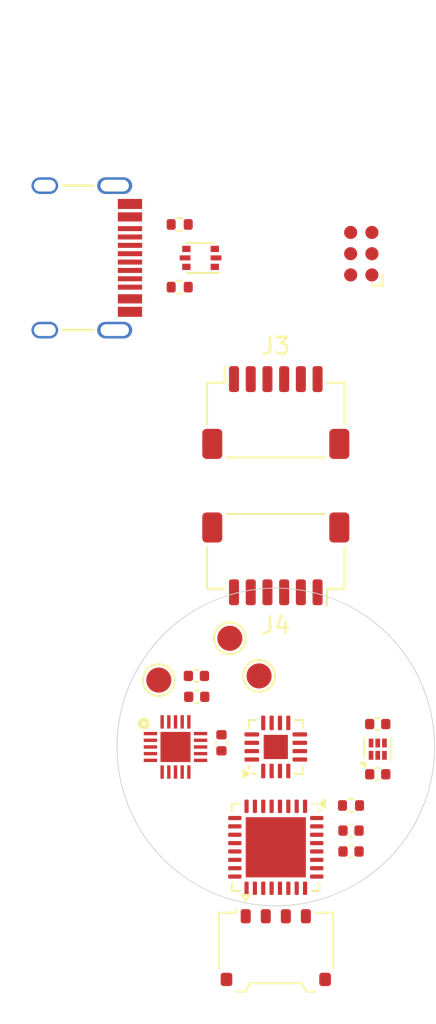
<source format=kicad_pcb>
(kicad_pcb (version 20240108) (generator "pcbnew") (generator_version "8.0")
  (layers (0 "F.Cu" signal) (31 "B.Cu" signal) (34 "B.Paste" user) (35 "F.Paste" user) (36 "B.SilkS" user "B.Silkscreen") (37 "F.SilkS" user "F.Silkscreen") (38 "B.Mask" user) (39 "F.Mask" user) (44 "Edge.Cuts" user))
  (net 0 "")
  (net 1 "GND")
  (net 2 "Net-(U1-VDDCORE)")
  (net 3 "+3.3V")
  (net 4 "+5V")
  (net 5 "SWCLK")
  (net 6 "RESET")
  (net 7 "SWDIO")
  (net 9 "Net-(U2-1.8VOUT)")
  (net 10 "/TXRX")
  (net 11 "/RXTX")
  (net 12 "Net-(U2-V)")
  (net 14 "Net-(U2-W)")
  (net 15 "Net-(U2-U)")
  (net 18 "/CLK")
  (net 19 "D-")
  (net 21 "D+")
  (net 22 "/VH")
  (net 24 "/UL")
  (net 25 "/CS")
  (net 27 "/MISO")
  (net 28 "/MOSI")
  (net 30 "/VL")
  (net 33 "/VIO")
  (net 34 "/WH")
  (net 35 "/UH")
  (net 36 "/WL")
  (net 37 "Net-(J5-CC2)")
  (net 40 "Net-(J5-D+-PadA6)")
  (net 53 "Net-(J5-D--PadA7)")
  (net 54 "Net-(J5-CC1)")
  (footprint "TestPoint:TestPoint_Pad_D1.5mm" (layer "F.Cu") (at 47.25 43.5)
    (property "Reference" "TP1" (hide yes))
    (property "Value" "TestPoint")
    (fp_circle (center 0 0) (end 0 0.95) (stroke (width 0.12)) (fill none) (layer "F.SilkS"))
    (pad "1" smd circle (at 0 0) (size 1.5 1.5) (layers "F.Cu" "F.Mask") (net 12 "Net-(U2-V)"))
  )
  (footprint "Package_DFN_QFN:QFN-32-1EP_5x5mm_P0.5mm_EP3.6x3.6mm" (layer "F.Cu") (at 50 56 -90)
    (property "Reference" "U1" (hide yes))
    (property "Value" "ATSAMD21E17D-M")
    (fp_line (start -2.61 2.61) (end -2.61 2.135) (stroke (width 0.12)) (layer "F.SilkS"))
    (fp_line (start -2.135 2.61) (end -2.61 2.61) (stroke (width 0.12)) (layer "F.SilkS"))
    (fp_line (start 2.135 2.61) (end 2.61 2.61) (stroke (width 0.12)) (layer "F.SilkS"))
    (fp_line (start 2.61 2.61) (end 2.61 2.135) (stroke (width 0.12)) (layer "F.SilkS"))
    (fp_line (start -2.61 -2.135) (end -2.61 -2.37) (stroke (width 0.12)) (layer "F.SilkS"))
    (fp_line (start -2.135 -2.61) (end -2.31 -2.61) (stroke (width 0.12)) (layer "F.SilkS"))
    (fp_line (start 2.135 -2.61) (end 2.61 -2.61) (stroke (width 0.12)) (layer "F.SilkS"))
    (fp_line (start 2.61 -2.61) (end 2.61 -2.135) (stroke (width 0.12)) (layer "F.SilkS"))
    (fp_poly (pts (xy -2.61 -2.61) (xy -2.85 -2.94) (xy -2.37 -2.94) (xy -2.61 -2.61)) (stroke (width 0.12)) (fill solid) (layer "F.SilkS"))
    (pad "1" smd roundrect (at -2.45 -1.75 270) (size 0.8 0.25) (layers "F.Cu" "F.Paste" "F.Mask"))
    (pad "2" smd roundrect (at -2.45 -1.25 270) (size 0.8 0.25) (layers "F.Cu" "F.Paste" "F.Mask"))
    (pad "3" smd roundrect (at -2.45 -0.75 270) (size 0.8 0.25) (layers "F.Cu" "F.Paste" "F.Mask"))
    (pad "4" smd roundrect (at -2.45 -0.25 270) (size 0.8 0.25) (layers "F.Cu" "F.Paste" "F.Mask"))
    (pad "5" smd roundrect (at -2.45 0.25 270) (size 0.8 0.25) (layers "F.Cu" "F.Paste" "F.Mask") (net 28 "/MOSI"))
    (pad "6" smd roundrect (at -2.45 0.75 270) (size 0.8 0.25) (layers "F.Cu" "F.Paste" "F.Mask") (net 18 "/CLK"))
    (pad "7" smd roundrect (at -2.45 1.25 270) (size 0.8 0.25) (layers "F.Cu" "F.Paste" "F.Mask") (net 33 "/VIO"))
    (pad "8" smd roundrect (at -2.45 1.75 270) (size 0.8 0.25) (layers "F.Cu" "F.Paste" "F.Mask"))
    (pad "9" smd roundrect (at -1.75 2.45 270) (size 0.25 0.8) (layers "F.Cu" "F.Paste" "F.Mask") (net 3 "+3.3V"))
    (pad "10" smd roundrect (at -1.25 2.45 270) (size 0.25 0.8) (layers "F.Cu" "F.Paste" "F.Mask") (net 1 "GND"))
    (pad "11" smd roundrect (at -0.75 2.45 270) (size 0.25 0.8) (layers "F.Cu" "F.Paste" "F.Mask") (net 35 "/UH"))
    (pad "12" smd roundrect (at -0.25 2.45 270) (size 0.25 0.8) (layers "F.Cu" "F.Paste" "F.Mask") (net 22 "/VH"))
    (pad "13" smd roundrect (at 0.25 2.45 270) (size 0.25 0.8) (layers "F.Cu" "F.Paste" "F.Mask") (net 25 "/CS"))
    (pad "14" smd roundrect (at 0.75 2.45 270) (size 0.25 0.8) (layers "F.Cu" "F.Paste" "F.Mask") (net 27 "/MISO"))
    (pad "15" smd roundrect (at 1.25 2.45 270) (size 0.25 0.8) (layers "F.Cu" "F.Paste" "F.Mask") (net 24 "/UL"))
    (pad "16" smd roundrect (at 1.75 2.45 270) (size 0.25 0.8) (layers "F.Cu" "F.Paste" "F.Mask") (net 30 "/VL"))
    (pad "17" smd roundrect (at 2.45 1.75 270) (size 0.8 0.25) (layers "F.Cu" "F.Paste" "F.Mask") (net 36 "/WL"))
    (pad "18" smd roundrect (at 2.45 1.25 270) (size 0.8 0.25) (layers "F.Cu" "F.Paste" "F.Mask"))
    (pad "19" smd roundrect (at 2.45 0.75 270) (size 0.8 0.25) (layers "F.Cu" "F.Paste" "F.Mask") (net 34 "/WH"))
    (pad "20" smd roundrect (at 2.45 0.25 270) (size 0.8 0.25) (layers "F.Cu" "F.Paste" "F.Mask"))
    (pad "21" smd roundrect (at 2.45 -0.25 270) (size 0.8 0.25) (layers "F.Cu" "F.Paste" "F.Mask") (net 11 "/RXTX"))
    (pad "22" smd roundrect (at 2.45 -0.75 270) (size 0.8 0.25) (layers "F.Cu" "F.Paste" "F.Mask") (net 10 "/TXRX"))
    (pad "23" smd roundrect (at 2.45 -1.25 270) (size 0.8 0.25) (layers "F.Cu" "F.Paste" "F.Mask") (net 19 "D-"))
    (pad "24" smd roundrect (at 2.45 -1.75 270) (size 0.8 0.25) (layers "F.Cu" "F.Paste" "F.Mask") (net 21 "D+"))
    (pad "25" smd roundrect (at 1.75 -2.45 270) (size 0.25 0.8) (layers "F.Cu" "F.Paste" "F.Mask"))
    (pad "26" smd roundrect (at 1.25 -2.45 270) (size 0.25 0.8) (layers "F.Cu" "F.Paste" "F.Mask") (net 6 "RESET"))
    (pad "27" smd roundrect (at 0.75 -2.45 270) (size 0.25 0.8) (layers "F.Cu" "F.Paste" "F.Mask"))
    (pad "28" smd roundrect (at 0.25 -2.45 270) (size 0.25 0.8) (layers "F.Cu" "F.Paste" "F.Mask") (net 1 "GND"))
    (pad "29" smd roundrect (at -0.25 -2.45 270) (size 0.25 0.8) (layers "F.Cu" "F.Paste" "F.Mask") (net 2 "Net-(U1-VDDCORE)"))
    (pad "30" smd roundrect (at -0.75 -2.45 270) (size 0.25 0.8) (layers "F.Cu" "F.Paste" "F.Mask") (net 3 "+3.3V"))
    (pad "31" smd roundrect (at -1.25 -2.45 270) (size 0.25 0.8) (layers "F.Cu" "F.Paste" "F.Mask") (net 5 "SWCLK"))
    (pad "32" smd roundrect (at -1.75 -2.45 270) (size 0.25 0.8) (layers "F.Cu" "F.Paste" "F.Mask") (net 7 "SWDIO"))
    (pad "33" smd rect (at 0 0 270) (size 3.6 3.6) (property pad_prop_heatsink) (layers "F.Cu" "F.Mask") (net 1 "GND"))
  )
  (footprint "common:SOT-666" (layer "F.Cu") (at 45.5 20.75 180)
    (property "Reference" "U5" (hide yes))
    (property "Value" "USBLC6-2P6")
    (fp_line (start 0.8 -0.9) (end -1.1 -0.9) (stroke (width 0.12)) (layer "F.SilkS"))
    (fp_line (start -0.8 0.9) (end 0.8 0.9) (stroke (width 0.12)) (layer "F.SilkS"))
    (pad "1" smd rect (at -0.85 -0.5375) (size 0.5 0.375) (layers "F.Cu" "F.Paste" "F.Mask") (net 21 "D+"))
    (pad "2" smd rect (at -0.925 0) (size 0.65 0.3) (layers "F.Cu" "F.Paste" "F.Mask") (net 1 "GND"))
    (pad "3" smd rect (at -0.85 0.5375) (size 0.5 0.375) (layers "F.Cu" "F.Paste" "F.Mask") (net 19 "D-"))
    (pad "4" smd rect (at 0.85 0.5375) (size 0.5 0.375) (layers "F.Cu" "F.Paste" "F.Mask") (net 53 "Net-(J5-D--PadA7)"))
    (pad "5" smd rect (at 0.925 0) (size 0.65 0.3) (layers "F.Cu" "F.Paste" "F.Mask") (net 4 "+5V"))
    (pad "6" smd rect (at 0.85 -0.5375) (size 0.5 0.375) (layers "F.Cu" "F.Paste" "F.Mask") (net 40 "Net-(J5-D+-PadA6)"))
  )
  (footprint "Package_DFN_QFN:DFN-6_1.3x1.2mm_P0.4mm" (layer "F.Cu") (at 56.1 50.132 90)
    (property "Reference" "U4" (hide yes))
    (property "Value" "LDK130PU33R_DFN6")
    (fp_line (start -0.49 -0.81) (end 0.65 -0.81) (stroke (width 0.12)) (layer "F.SilkS"))
    (fp_line (start -0.65 0.81) (end 0.65 0.81) (stroke (width 0.12)) (layer "F.SilkS"))
    (fp_poly (pts (xy -0.82 -0.73) (xy -1.1 -0.73) (xy -0.82 -1.01) (xy -0.82 -0.73)) (stroke (width 0.12)) (fill solid) (layer "F.SilkS"))
    (pad "1" smd rect (at -0.368 -0.4 90) (size 0.53 0.28) (layers "F.Cu" "F.Paste" "F.Mask") (net 3 "+3.3V"))
    (pad "2" smd rect (at -0.368 0 90) (size 0.53 0.28) (layers "F.Cu" "F.Paste" "F.Mask") (net 1 "GND"))
    (pad "3" smd rect (at -0.368 0.4 90) (size 0.53 0.28) (layers "F.Cu" "F.Paste" "F.Mask"))
    (pad "4" smd rect (at 0.368 0.4 90) (size 0.53 0.28) (layers "F.Cu" "F.Paste" "F.Mask") (net 4 "+5V"))
    (pad "5" smd rect (at 0.368 0 90) (size 0.53 0.28) (layers "F.Cu" "F.Paste" "F.Mask"))
    (pad "6" smd rect (at 0.368 -0.4 90) (size 0.53 0.28) (layers "F.Cu" "F.Paste" "F.Mask") (net 4 "+5V"))
  )
  (footprint "Capacitor_SMD:C_0402_1005Metric" (layer "F.Cu") (at 54.5 56.25 180)
    (property "Reference" "C1" (hide yes))
    (property "Value" "1nF")
    (fp_line (start -0.107836 0.36) (end 0.107836 0.36) (stroke (width 0.12)) (layer "F.SilkS"))
    (fp_line (start -0.107836 -0.36) (end 0.107836 -0.36) (stroke (width 0.12)) (layer "F.SilkS"))
    (pad "1" smd roundrect (at -0.48 0 180) (size 0.56 0.62) (layers "F.Cu" "F.Paste" "F.Mask") (net 1 "GND"))
    (pad "2" smd roundrect (at 0.48 0 180) (size 0.56 0.62) (layers "F.Cu" "F.Paste" "F.Mask") (net 2 "Net-(U1-VDDCORE)"))
  )
  (footprint "TestPoint:TestPoint_Pad_D1.5mm" (layer "F.Cu") (at 43 46)
    (property "Reference" "TP2" (hide yes))
    (property "Value" "TestPoint")
    (fp_circle (center 0 0) (end 0 0.95) (stroke (width 0.12)) (fill none) (layer "F.SilkS"))
    (pad "1" smd circle (at 0 0) (size 1.5 1.5) (layers "F.Cu" "F.Mask") (net 14 "Net-(U2-W)"))
  )
  (footprint "Capacitor_SMD:C_0402_1005Metric" (layer "F.Cu") (at 56.1 51.632 180)
    (property "Reference" "C4" (hide yes))
    (property "Value" "1uF")
    (fp_line (start -0.107836 0.36) (end 0.107836 0.36) (stroke (width 0.12)) (layer "F.SilkS"))
    (fp_line (start -0.107836 -0.36) (end 0.107836 -0.36) (stroke (width 0.12)) (layer "F.SilkS"))
    (pad "1" smd roundrect (at -0.48 0 180) (size 0.56 0.62) (layers "F.Cu" "F.Paste" "F.Mask") (net 1 "GND"))
    (pad "2" smd roundrect (at 0.48 0 180) (size 0.56 0.62) (layers "F.Cu" "F.Paste" "F.Mask") (net 3 "+3.3V"))
  )
  (footprint "Package_DFN_QFN:QFN-16-1EP_3x3mm_P0.5mm_EP1.45x1.45mm" (layer "F.Cu") (at 50 50 90)
    (property "Reference" "U3" (hide yes))
    (property "Value" "MA730")
    (fp_line (start 1.61 -1.61) (end 1.61 -1.135) (stroke (width 0.12)) (layer "F.SilkS"))
    (fp_line (start 1.135 -1.61) (end 1.61 -1.61) (stroke (width 0.12)) (layer "F.SilkS"))
    (fp_line (start -1.135 -1.61) (end -1.31 -1.61) (stroke (width 0.12)) (layer "F.SilkS"))
    (fp_line (start -1.61 -1.135) (end -1.61 -1.37) (stroke (width 0.12)) (layer "F.SilkS"))
    (fp_line (start 1.61 1.61) (end 1.61 1.135) (stroke (width 0.12)) (layer "F.SilkS"))
    (fp_line (start 1.135 1.61) (end 1.61 1.61) (stroke (width 0.12)) (layer "F.SilkS"))
    (fp_line (start -1.135 1.61) (end -1.61 1.61) (stroke (width 0.12)) (layer "F.SilkS"))
    (fp_line (start -1.61 1.61) (end -1.61 1.135) (stroke (width 0.12)) (layer "F.SilkS"))
    (fp_poly (pts (xy -1.61 -1.61) (xy -1.85 -1.94) (xy -1.37 -1.94) (xy -1.61 -1.61)) (stroke (width 0.12)) (fill solid) (layer "F.SilkS"))
    (pad "1" smd roundrect (at -1.4375 -0.75 90) (size 0.875 0.25) (layers "F.Cu" "F.Paste" "F.Mask"))
    (pad "2" smd roundrect (at -1.4375 -0.25 90) (size 0.875 0.25) (layers "F.Cu" "F.Paste" "F.Mask"))
    (pad "3" smd roundrect (at -1.4375 0.25 90) (size 0.875 0.25) (layers "F.Cu" "F.Paste" "F.Mask"))
    (pad "4" smd roundrect (at -1.4375 0.75 90) (size 0.875 0.25) (layers "F.Cu" "F.Paste" "F.Mask") (net 28 "/MOSI"))
    (pad "5" smd roundrect (at -0.75 1.4375 90) (size 0.25 0.875) (layers "F.Cu" "F.Paste" "F.Mask") (net 25 "/CS"))
    (pad "6" smd roundrect (at -0.25 1.4375 90) (size 0.25 0.875) (layers "F.Cu" "F.Paste" "F.Mask"))
    (pad "7" smd roundrect (at 0.25 1.4375 90) (size 0.25 0.875) (layers "F.Cu" "F.Paste" "F.Mask") (net 27 "/MISO"))
    (pad "8" smd roundrect (at 0.75 1.4375 90) (size 0.25 0.875) (layers "F.Cu" "F.Paste" "F.Mask") (net 1 "GND"))
    (pad "9" smd roundrect (at 1.4375 0.75 90) (size 0.875 0.25) (layers "F.Cu" "F.Paste" "F.Mask"))
    (pad "10" smd roundrect (at 1.4375 0.25 90) (size 0.875 0.25) (layers "F.Cu" "F.Paste" "F.Mask") (net 1 "GND"))
    (pad "11" smd roundrect (at 1.4375 -0.25 90) (size 0.875 0.25) (layers "F.Cu" "F.Paste" "F.Mask"))
    (pad "12" smd roundrect (at 1.4375 -0.75 90) (size 0.875 0.25) (layers "F.Cu" "F.Paste" "F.Mask") (net 18 "/CLK"))
    (pad "13" smd roundrect (at 0.75 -1.4375 90) (size 0.25 0.875) (layers "F.Cu" "F.Paste" "F.Mask") (net 3 "+3.3V"))
    (pad "14" smd roundrect (at 0.25 -1.4375 90) (size 0.25 0.875) (layers "F.Cu" "F.Paste" "F.Mask"))
    (pad "15" smd roundrect (at -0.25 -1.4375 90) (size 0.25 0.875) (layers "F.Cu" "F.Paste" "F.Mask"))
    (pad "16" smd roundrect (at -0.75 -1.4375 90) (size 0.25 0.875) (layers "F.Cu" "F.Paste" "F.Mask"))
    (pad "17" smd rect (at 0 0 90) (size 1.45 1.45) (property pad_prop_heatsink) (layers "F.Cu" "F.Mask") (net 1 "GND"))
  )
  (footprint "Capacitor_SMD:C_0402_1005Metric" (layer "F.Cu") (at 46.75 49.75 90)
    (property "Reference" "C5" (hide yes))
    (property "Value" "100nF")
    (fp_line (start -0.107836 -0.36) (end 0.107836 -0.36) (stroke (width 0.12)) (layer "F.SilkS"))
    (fp_line (start -0.107836 0.36) (end 0.107836 0.36) (stroke (width 0.12)) (layer "F.SilkS"))
    (pad "1" smd roundrect (at -0.48 0 90) (size 0.56 0.62) (layers "F.Cu" "F.Paste" "F.Mask") (net 9 "Net-(U2-1.8VOUT)"))
    (pad "2" smd roundrect (at 0.48 0 90) (size 0.56 0.62) (layers "F.Cu" "F.Paste" "F.Mask") (net 1 "GND"))
  )
  (footprint "Connector_JST:JST_SH_SM06B-SRSS-TB_1x06-1MP_P1.00mm_Horizontal" (layer "F.Cu") (at 50 38.75 180)
    (property "Reference" "J4" (at 0 -3.98 360) (layer "F.SilkS"))
    (property "Value" "Conn_01x06_MountingPin")
    (fp_line (start 4.11 0.715) (end 4.11 -1.785) (stroke (width 0.12)) (layer "F.SilkS"))
    (fp_line (start 4.11 -1.785) (end 3.06 -1.785) (stroke (width 0.12)) (layer "F.SilkS"))
    (fp_line (start -2.94 2.685) (end 2.94 2.685) (stroke (width 0.12)) (layer "F.SilkS"))
    (fp_line (start -3.06 -1.785) (end -3.06 -2.775) (stroke (width 0.12)) (layer "F.SilkS"))
    (fp_line (start -4.11 0.715) (end -4.11 -1.785) (stroke (width 0.12)) (layer "F.SilkS"))
    (fp_line (start -4.11 -1.785) (end -3.06 -1.785) (stroke (width 0.12)) (layer "F.SilkS"))
    (pad "1" smd roundrect (at -2.5 -2 180) (size 0.6 1.55) (layers "F.Cu" "F.Paste" "F.Mask") (net 5 "SWCLK"))
    (pad "2" smd roundrect (at -1.5 -2 180) (size 0.6 1.55) (layers "F.Cu" "F.Paste" "F.Mask") (net 7 "SWDIO"))
    (pad "3" smd roundrect (at -0.5 -2 180) (size 0.6 1.55) (layers "F.Cu" "F.Paste" "F.Mask") (net 19 "D-"))
    (pad "4" smd roundrect (at 0.5 -2 180) (size 0.6 1.55) (layers "F.Cu" "F.Paste" "F.Mask") (net 21 "D+"))
    (pad "5" smd roundrect (at 1.5 -2 180) (size 0.6 1.55) (layers "F.Cu" "F.Paste" "F.Mask") (net 4 "+5V"))
    (pad "6" smd roundrect (at 2.5 -2 180) (size 0.6 1.55) (layers "F.Cu" "F.Paste" "F.Mask") (net 1 "GND"))
    (pad "MP" smd roundrect (at -3.8 1.875 180) (size 1.2 1.8) (layers "F.Cu" "F.Paste" "F.Mask") (roundrect_rratio 0.208333) (net 1 "GND"))
    (pad "MP" smd roundrect (at 3.8 1.875 180) (size 1.2 1.8) (layers "F.Cu" "F.Paste" "F.Mask") (roundrect_rratio 0.208333) (net 1 "GND"))
  )
  (footprint "common:QFN40P300X300X90-21N" (layer "F.Cu") (at 44 50)
    (property "Reference" "U2" (hide yes))
    (property "Value" "TMC6300-LA-T" (hide yes))
    (fp_circle (center -1.9 -1.4) (end -1.8 -1.4) (stroke (width 0.254)) (fill none) (layer "F.SilkS"))
    (pad "1" smd rect (at -1.5 -0.8 90) (size 0.2 0.8) (layers "F.Cu" "F.Paste" "F.Mask") (net 14 "Net-(U2-W)"))
    (pad "2" smd rect (at -1.5 -0.4 90) (size 0.2 0.8) (layers "F.Cu" "F.Paste" "F.Mask"))
    (pad "3" smd rect (at -1.5 0 90) (size 0.2 0.8) (layers "F.Cu" "F.Paste" "F.Mask") (net 35 "/UH"))
    (pad "4" smd rect (at -1.5 0.4 90) (size 0.2 0.8) (layers "F.Cu" "F.Paste" "F.Mask") (net 22 "/VH"))
    (pad "5" smd rect (at -1.5 0.8 90) (size 0.2 0.8) (layers "F.Cu" "F.Paste" "F.Mask") (net 34 "/WH"))
    (pad "6" smd rect (at -0.8 1.5) (size 0.2 0.8) (layers "F.Cu" "F.Paste" "F.Mask") (net 24 "/UL"))
    (pad "7" smd rect (at -0.4 1.5) (size 0.2 0.8) (layers "F.Cu" "F.Paste" "F.Mask") (net 36 "/WL"))
    (pad "8" smd rect (at 0 1.5) (size 0.2 0.8) (layers "F.Cu" "F.Paste" "F.Mask") (net 1 "GND"))
    (pad "9" smd rect (at 0.4 1.5) (size 0.2 0.8) (layers "F.Cu" "F.Paste" "F.Mask") (net 1 "GND"))
    (pad "10" smd rect (at 0.8 1.5) (size 0.2 0.8) (layers "F.Cu" "F.Paste" "F.Mask") (net 30 "/VL"))
    (pad "11" smd rect (at 1.5 0.8 90) (size 0.2 0.8) (layers "F.Cu" "F.Paste" "F.Mask") (net 33 "/VIO"))
    (pad "12" smd rect (at 1.5 0.4 90) (size 0.2 0.8) (layers "F.Cu" "F.Paste" "F.Mask"))
    (pad "13" smd rect (at 1.5 0 90) (size 0.2 0.8) (layers "F.Cu" "F.Paste" "F.Mask") (net 9 "Net-(U2-1.8VOUT)"))
    (pad "14" smd rect (at 1.5 -0.4 90) (size 0.2 0.8) (layers "F.Cu" "F.Paste" "F.Mask") (net 1 "GND"))
    (pad "15" smd rect (at 1.5 -0.8 90) (size 0.2 0.8) (layers "F.Cu" "F.Paste" "F.Mask") (net 15 "Net-(U2-U)"))
    (pad "16" smd rect (at 0.8 -1.5) (size 0.2 0.8) (layers "F.Cu" "F.Paste" "F.Mask") (net 1 "GND"))
    (pad "17" smd rect (at 0.4 -1.5) (size 0.2 0.8) (layers "F.Cu" "F.Paste" "F.Mask") (net 12 "Net-(U2-V)"))
    (pad "18" smd rect (at 0 -1.5) (size 0.2 0.8) (layers "F.Cu" "F.Paste" "F.Mask") (net 4 "+5V"))
    (pad "19" smd rect (at -0.4 -1.5) (size 0.2 0.8) (layers "F.Cu" "F.Paste" "F.Mask"))
    (pad "20" smd rect (at -0.8 -1.5) (size 0.2 0.8) (layers "F.Cu" "F.Paste" "F.Mask") (net 1 "GND"))
    (pad "21" smd rect (at 0 0) (size 1.8 1.8) (layers "F.Cu" "F.Paste" "F.Mask") (net 1 "GND"))
  )
  (footprint "Resistor_SMD:R_0402_1005Metric" (layer "F.Cu") (at 54.5 53.5 180)
    (property "Reference" "R1" (hide yes))
    (property "Value" "1k")
    (fp_line (start -0.153641 0.38) (end 0.153641 0.38) (stroke (width 0.12)) (layer "F.SilkS"))
    (fp_line (start -0.153641 -0.38) (end 0.153641 -0.38) (stroke (width 0.12)) (layer "F.SilkS"))
    (pad "1" smd roundrect (at -0.51 0 180) (size 0.54 0.64) (layers "F.Cu" "F.Paste" "F.Mask") (net 3 "+3.3V"))
    (pad "2" smd roundrect (at 0.51 0 180) (size 0.54 0.64) (layers "F.Cu" "F.Paste" "F.Mask") (net 5 "SWCLK"))
  )
  (footprint "common:XKB-USB-C-16P" (layer "F.Cu") (at 41.2756 20.75 -90)
    (property "Reference" "J5" (hide yes))
    (property "Value" "XKB-USB-C16PIN" (hide yes))
    (fp_line (start -4.32 2.2) (end -4.32 4) (stroke (width 0.1524)) (layer "F.SilkS"))
    (fp_line (start 4.32 2.2) (end 4.32 4) (stroke (width 0.1524)) (layer "F.SilkS"))
    (pad "" np_thru_hole circle (at -2.89 1.445 270) (size 0.65 0.65) (drill 0.65) (layers "*.Cu" "*.Mask"))
    (pad "" np_thru_hole circle (at 2.89 1.445 270) (size 0.65 0.65) (drill 0.65) (layers "*.Cu" "*.Mask"))
    (pad "A5" smd rect (at -1.25 0 90) (size 0.3 1.45) (layers "F.Cu" "F.Paste" "F.Mask") (net 54 "Net-(J5-CC1)"))
    (pad "A6" smd rect (at -0.25 0 90) (size 0.3 1.45) (layers "F.Cu" "F.Paste" "F.Mask") (net 40 "Net-(J5-D+-PadA6)"))
    (pad "A7" smd rect (at 0.25 0 270) (size 0.3 1.45) (layers "F.Cu" "F.Paste" "F.Mask") (net 53 "Net-(J5-D--PadA7)"))
    (pad "A8" smd rect (at 1.25 0 270) (size 0.3 1.45) (layers "F.Cu" "F.Paste" "F.Mask"))
    (pad "B5" smd rect (at 1.75 0 270) (size 0.3 1.45) (layers "F.Cu" "F.Paste" "F.Mask") (net 37 "Net-(J5-CC2)"))
    (pad "B6" smd rect (at 0.75 0 270) (size 0.3 1.45) (layers "F.Cu" "F.Paste" "F.Mask") (net 40 "Net-(J5-D+-PadA6)"))
    (pad "B7" smd rect (at -0.75 0 90) (size 0.3 1.45) (layers "F.Cu" "F.Paste" "F.Mask") (net 53 "Net-(J5-D--PadA7)"))
    (pad "B8" smd rect (at -1.75 0 90) (size 0.3 1.45) (layers "F.Cu" "F.Paste" "F.Mask"))
    (pad "GND" smd rect (at -3.225 0 90) (size 0.6 1.45) (layers "F.Cu" "F.Paste" "F.Mask") (net 1 "GND"))
    (pad "GND2" smd rect (at 3.225 0 270) (size 0.6 1.45) (layers "F.Cu" "F.Paste" "F.Mask") (net 1 "GND"))
    (pad "SHLD1" thru_hole roundrect (at -4.32 0.915 90) (size 1 2.1) (drill oval 0.7 1.7) (layers "*.Cu" "*.Mask") (roundrect_rratio 0.5) (net 1 "GND"))
    (pad "SHLD1" thru_hole roundrect (at -4.32 5.095 90) (size 1 1.6) (drill oval 0.7 1.3) (layers "*.Cu" "*.Mask") (roundrect_rratio 0.5) (net 1 "GND"))
    (pad "SHLD1" thru_hole roundrect (at 4.32 0.915 90) (size 1 2.1) (drill oval 0.7 1.7) (layers "*.Cu" "*.Mask") (roundrect_rratio 0.5) (net 1 "GND"))
    (pad "SHLD1" thru_hole roundrect (at 4.32 5.095 90) (size 1 1.6) (drill oval 0.7 1.3) (layers "*.Cu" "*.Mask") (roundrect_rratio 0.5) (net 1 "GND"))
    (pad "VBUS1" smd rect (at -2.45 0 90) (size 0.55 1.45) (layers "F.Cu" "F.Paste" "F.Mask") (net 4 "+5V"))
    (pad "VBUS2" smd rect (at 2.45 0 270) (size 0.55 1.45) (layers "F.Cu" "F.Paste" "F.Mask") (net 4 "+5V"))
  )
  (footprint "TestPoint:TestPoint_Pad_D1.5mm" (layer "F.Cu") (at 49 45.75)
    (property "Reference" "TP3" (hide yes))
    (property "Value" "TestPoint")
    (fp_circle (center 0 0) (end 0 0.95) (stroke (width 0.12)) (fill none) (layer "F.SilkS"))
    (pad "1" smd circle (at 0 0) (size 1.5 1.5) (layers "F.Cu" "F.Mask") (net 15 "Net-(U2-U)"))
  )
  (footprint "Capacitor_SMD:C_0402_1005Metric" (layer "F.Cu") (at 45.27 47)
    (property "Reference" "C6" (hide yes))
    (property "Value" "100nF")
    (fp_line (start -0.107836 -0.36) (end 0.107836 -0.36) (stroke (width 0.12)) (layer "F.SilkS"))
    (fp_line (start -0.107836 0.36) (end 0.107836 0.36) (stroke (width 0.12)) (layer "F.SilkS"))
    (pad "1" smd roundrect (at -0.48 0) (size 0.56 0.62) (layers "F.Cu" "F.Paste" "F.Mask") (net 4 "+5V"))
    (pad "2" smd roundrect (at 0.48 0) (size 0.56 0.62) (layers "F.Cu" "F.Paste" "F.Mask") (net 1 "GND"))
  )
  (footprint "Capacitor_SMD:C_0402_1005Metric" (layer "F.Cu") (at 56.1 48.632 180)
    (property "Reference" "C3" (hide yes))
    (property "Value" "1uF")
    (fp_line (start -0.107836 0.36) (end 0.107836 0.36) (stroke (width 0.12)) (layer "F.SilkS"))
    (fp_line (start -0.107836 -0.36) (end 0.107836 -0.36) (stroke (width 0.12)) (layer "F.SilkS"))
    (pad "1" smd roundrect (at -0.48 0 180) (size 0.56 0.62) (layers "F.Cu" "F.Paste" "F.Mask") (net 1 "GND"))
    (pad "2" smd roundrect (at 0.48 0 180) (size 0.56 0.62) (layers "F.Cu" "F.Paste" "F.Mask") (net 4 "+5V"))
  )
  (footprint "common:R_0402_1005Metric" (layer "F.Cu") (at 44.25 18.75 180)
    (property "Reference" "R3" (hide yes))
    (property "Value" "5.1k")
    (fp_line (start -0.153641 0.38) (end 0.153641 0.38) (stroke (width 0.12)) (layer "F.SilkS"))
    (fp_line (start -0.153641 -0.38) (end 0.153641 -0.38) (stroke (width 0.12)) (layer "F.SilkS"))
    (pad "1" smd roundrect (at -0.51 0) (size 0.54 0.64) (layers "F.Cu" "F.Paste" "F.Mask") (net 1 "GND"))
    (pad "2" smd roundrect (at 0.51 0) (size 0.54 0.64) (layers "F.Cu" "F.Paste" "F.Mask") (net 54 "Net-(J5-CC1)"))
  )
  (footprint "Capacitor_SMD:C_0402_1005Metric" (layer "F.Cu") (at 54.5 55)
    (property "Reference" "C2" (hide yes))
    (property "Value" "100nF")
    (fp_line (start -0.107836 -0.36) (end 0.107836 -0.36) (stroke (width 0.12)) (layer "F.SilkS"))
    (fp_line (start -0.107836 0.36) (end 0.107836 0.36) (stroke (width 0.12)) (layer "F.SilkS"))
    (pad "1" smd roundrect (at -0.48 0) (size 0.56 0.62) (layers "F.Cu" "F.Paste" "F.Mask") (net 3 "+3.3V"))
    (pad "2" smd roundrect (at 0.48 0) (size 0.56 0.62) (layers "F.Cu" "F.Paste" "F.Mask") (net 1 "GND"))
  )
  (footprint "Connector_JST:JST_SH_SM06B-SRSS-TB_1x06-1MP_P1.00mm_Horizontal" (layer "F.Cu") (at 50 30)
    (property "Reference" "J3" (at 0 -3.98 0) (layer "F.SilkS"))
    (property "Value" "Conn_01x06_MountingPin")
    (fp_line (start -4.11 -1.785) (end -3.06 -1.785) (stroke (width 0.12)) (layer "F.SilkS"))
    (fp_line (start -4.11 0.715) (end -4.11 -1.785) (stroke (width 0.12)) (layer "F.SilkS"))
    (fp_line (start -3.06 -1.785) (end -3.06 -2.775) (stroke (width 0.12)) (layer "F.SilkS"))
    (fp_line (start -2.94 2.685) (end 2.94 2.685) (stroke (width 0.12)) (layer "F.SilkS"))
    (fp_line (start 4.11 -1.785) (end 3.06 -1.785) (stroke (width 0.12)) (layer "F.SilkS"))
    (fp_line (start 4.11 0.715) (end 4.11 -1.785) (stroke (width 0.12)) (layer "F.SilkS"))
    (pad "1" smd roundrect (at -2.5 -2) (size 0.6 1.55) (layers "F.Cu" "F.Paste" "F.Mask") (net 1 "GND"))
    (pad "2" smd roundrect (at -1.5 -2) (size 0.6 1.55) (layers "F.Cu" "F.Paste" "F.Mask") (net 4 "+5V"))
    (pad "3" smd roundrect (at -0.5 -2) (size 0.6 1.55) (layers "F.Cu" "F.Paste" "F.Mask") (net 21 "D+"))
    (pad "4" smd roundrect (at 0.5 -2) (size 0.6 1.55) (layers "F.Cu" "F.Paste" "F.Mask") (net 19 "D-"))
    (pad "5" smd roundrect (at 1.5 -2) (size 0.6 1.55) (layers "F.Cu" "F.Paste" "F.Mask") (net 7 "SWDIO"))
    (pad "6" smd roundrect (at 2.5 -2) (size 0.6 1.55) (layers "F.Cu" "F.Paste" "F.Mask") (net 5 "SWCLK"))
    (pad "MP" smd roundrect (at -3.8 1.875) (size 1.2 1.8) (layers "F.Cu" "F.Paste" "F.Mask") (roundrect_rratio 0.208333) (net 1 "GND"))
    (pad "MP" smd roundrect (at 3.8 1.875) (size 1.2 1.8) (layers "F.Cu" "F.Paste" "F.Mask") (roundrect_rratio 0.208333) (net 1 "GND"))
  )
  (footprint "common:R_0402_1005Metric" (layer "F.Cu") (at 44.25 22.5 180)
    (property "Reference" "R2" (hide yes))
    (property "Value" "5.1k")
    (fp_line (start -0.153641 0.38) (end 0.153641 0.38) (stroke (width 0.12)) (layer "F.SilkS"))
    (fp_line (start -0.153641 -0.38) (end 0.153641 -0.38) (stroke (width 0.12)) (layer "F.SilkS"))
    (pad "1" smd roundrect (at -0.51 0) (size 0.54 0.64) (layers "F.Cu" "F.Paste" "F.Mask") (net 1 "GND"))
    (pad "2" smd roundrect (at 0.51 0) (size 0.54 0.64) (layers "F.Cu" "F.Paste" "F.Mask") (net 37 "Net-(J5-CC2)"))
  )
  (footprint "Connector:Tag-Connect_TC2030-IDC-NL_2x03_P1.27mm_Vertical" (layer "F.Cu") (at 55.115 20.5 90)
    (property "Reference" "J1" (hide yes))
    (property "Value" "Conn_ARM_SWD_TagConnect_TC2030-NL")
    (fp_line (start -1.27 1.27) (end -1.905 1.27) (stroke (width 0.12)) (layer "F.SilkS"))
    (fp_line (start -1.905 1.27) (end -1.905 0.635) (stroke (width 0.12)) (layer "F.SilkS"))
    (pad "" np_thru_hole circle (at -2.54 0 90) (size 0.9906 0.9906) (drill 0.9906) (layers "*.Cu" "*.Mask"))
    (pad "" np_thru_hole circle (at 2.54 -1.016 90) (size 0.9906 0.9906) (drill 0.9906) (layers "*.Cu" "*.Mask"))
    (pad "" np_thru_hole circle (at 2.54 1.016 90) (size 0.9906 0.9906) (drill 0.9906) (layers "*.Cu" "*.Mask"))
    (pad "1" connect circle (at -1.27 0.635 90) (size 0.7874 0.7874) (layers "F.Cu" "F.Mask") (net 3 "+3.3V"))
    (pad "2" connect circle (at -1.27 -0.635 90) (size 0.7874 0.7874) (layers "F.Cu" "F.Mask") (net 7 "SWDIO"))
    (pad "3" connect circle (at 0 0.635 90) (size 0.7874 0.7874) (layers "F.Cu" "F.Mask") (net 6 "RESET"))
    (pad "4" connect circle (at 0 -0.635 90) (size 0.7874 0.7874) (layers "F.Cu" "F.Mask") (net 5 "SWCLK"))
    (pad "5" connect circle (at 1.27 0.635 90) (size 0.7874 0.7874) (layers "F.Cu" "F.Mask") (net 1 "GND"))
    (pad "6" connect circle (at 1.27 -0.635 90) (size 0.7874 0.7874) (layers "F.Cu" "F.Mask"))
  )
  (footprint "Connector_Molex:Molex_Pico-EZmate_78171-0004_1x04-1MP_P1.20mm_Vertical" (layer "F.Cu") (at 50 62)
    (property "Reference" "J2" (hide yes))
    (property "Value" "Conn_01x04_MountingPin")
    (fp_line (start -3.41 -2.09) (end -2.36 -2.09) (stroke (width 0.12)) (layer "F.SilkS"))
    (fp_line (start -3.41 1.24) (end -3.41 -2.09) (stroke (width 0.12)) (layer "F.SilkS"))
    (fp_line (start -2.36 -2.09) (end -2.36 -2.3) (stroke (width 0.12)) (layer "F.SilkS"))
    (fp_line (start -2.34 2.63) (end -1.84 2.63) (stroke (width 0.12)) (layer "F.SilkS"))
    (fp_line (start -2.05 -3.153553) (end -1.8 -2.8) (stroke (width 0.12)) (layer "F.SilkS"))
    (fp_line (start -1.84 2.63) (end -1.54 2.13) (stroke (width 0.12)) (layer "F.SilkS"))
    (fp_line (start -1.8 -2.8) (end -1.55 -3.153553) (stroke (width 0.12)) (layer "F.SilkS"))
    (fp_line (start -1.55 -3.153553) (end -2.05 -3.153553) (stroke (width 0.12)) (layer "F.SilkS"))
    (fp_line (start -1.54 2.13) (end 1.54 2.13) (stroke (width 0.12)) (layer "F.SilkS"))
    (fp_line (start 1.54 2.13) (end 1.84 2.63) (stroke (width 0.12)) (layer "F.SilkS"))
    (fp_line (start 1.84 2.63) (end 2.34 2.63) (stroke (width 0.12)) (layer "F.SilkS"))
    (fp_line (start 3.41 -2.09) (end 2.36 -2.09) (stroke (width 0.12)) (layer "F.SilkS"))
    (fp_line (start 3.41 1.24) (end 3.41 -2.09) (stroke (width 0.12)) (layer "F.SilkS"))
    (pad "1" smd roundrect (at -1.8 -1.875) (size 0.6 0.85) (layers "F.Cu" "F.Paste" "F.Mask") (net 4 "+5V"))
    (pad "2" smd roundrect (at -0.6 -1.875) (size 0.6 0.85) (layers "F.Cu" "F.Paste" "F.Mask") (net 1 "GND"))
    (pad "3" smd roundrect (at 0.6 -1.875) (size 0.6 0.85) (layers "F.Cu" "F.Paste" "F.Mask") (net 11 "/RXTX"))
    (pad "4" smd roundrect (at 1.8 -1.875) (size 0.6 0.85) (layers "F.Cu" "F.Paste" "F.Mask") (net 10 "/TXRX"))
    (pad "MP" smd roundrect (at -2.95 1.9) (size 0.7 0.8) (layers "F.Cu" "F.Paste" "F.Mask") (net 1 "GND"))
    (pad "MP" smd roundrect (at 2.95 1.9) (size 0.7 0.8) (layers "F.Cu" "F.Paste" "F.Mask") (net 1 "GND"))
  )
  (footprint "Capacitor_SMD:C_0402_1005Metric" (layer "F.Cu") (at 45.25 45.75 180)
    (property "Reference" "C7" (hide yes))
    (property "Value" "1uF")
    (fp_line (start -0.107836 0.36) (end 0.107836 0.36) (stroke (width 0.12)) (layer "F.SilkS"))
    (fp_line (start -0.107836 -0.36) (end 0.107836 -0.36) (stroke (width 0.12)) (layer "F.SilkS"))
    (pad "1" smd roundrect (at -0.48 0 180) (size 0.56 0.62) (layers "F.Cu" "F.Paste" "F.Mask") (net 1 "GND"))
    (pad "2" smd roundrect (at 0.48 0 180) (size 0.56 0.62) (layers "F.Cu" "F.Paste" "F.Mask") (net 4 "+5V"))
  )
  (gr_circle (center 50 50) (end 59.5 50) (stroke (width 0.05)) (fill none) (layer "Edge.Cuts"))
)
</source>
